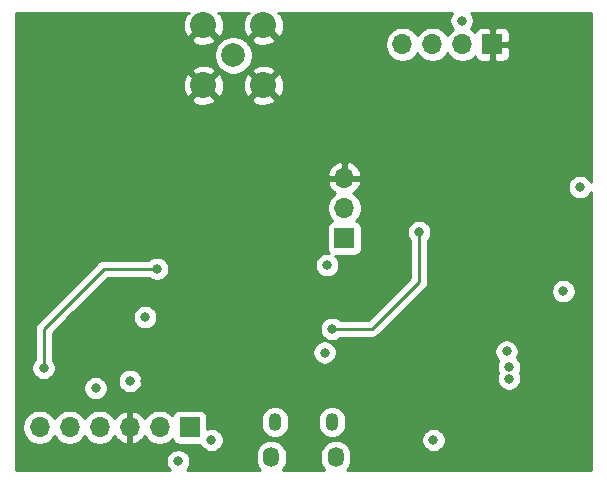
<source format=gbr>
%TF.GenerationSoftware,KiCad,Pcbnew,(5.1.10)-1*%
%TF.CreationDate,2022-03-06T21:17:49+00:00*%
%TF.ProjectId,main,6d61696e-2e6b-4696-9361-645f70636258,rev?*%
%TF.SameCoordinates,Original*%
%TF.FileFunction,Copper,L4,Bot*%
%TF.FilePolarity,Positive*%
%FSLAX46Y46*%
G04 Gerber Fmt 4.6, Leading zero omitted, Abs format (unit mm)*
G04 Created by KiCad (PCBNEW (5.1.10)-1) date 2022-03-06 21:17:49*
%MOMM*%
%LPD*%
G01*
G04 APERTURE LIST*
%TA.AperFunction,ComponentPad*%
%ADD10O,1.350000X1.700000*%
%TD*%
%TA.AperFunction,ComponentPad*%
%ADD11O,1.100000X1.500000*%
%TD*%
%TA.AperFunction,ComponentPad*%
%ADD12C,2.209800*%
%TD*%
%TA.AperFunction,ComponentPad*%
%ADD13C,2.006600*%
%TD*%
%TA.AperFunction,ComponentPad*%
%ADD14O,1.700000X1.700000*%
%TD*%
%TA.AperFunction,ComponentPad*%
%ADD15R,1.700000X1.700000*%
%TD*%
%TA.AperFunction,ViaPad*%
%ADD16C,0.800000*%
%TD*%
%TA.AperFunction,Conductor*%
%ADD17C,0.250000*%
%TD*%
%TA.AperFunction,Conductor*%
%ADD18C,0.254000*%
%TD*%
%TA.AperFunction,Conductor*%
%ADD19C,0.100000*%
%TD*%
G04 APERTURE END LIST*
D10*
%TO.P,USB_PWR1,6*%
%TO.N,Net-(USB_PWR1-Pad6)*%
X171735000Y-143275000D03*
X166275000Y-143275000D03*
D11*
X171425000Y-140275000D03*
X166585000Y-140275000D03*
%TD*%
D12*
%TO.P,J2,5*%
%TO.N,GND*%
X165610000Y-106690000D03*
%TO.P,J2,4*%
X165610000Y-111770000D03*
%TO.P,J2,3*%
X160530000Y-111770000D03*
%TO.P,J2,2*%
X160530000Y-106690000D03*
D13*
%TO.P,J2,1*%
%TO.N,Net-(C8-Pad1)*%
X163070000Y-109230000D03*
%TD*%
D14*
%TO.P,J6,4*%
%TO.N,I2C_SDA*%
X177380000Y-108300000D03*
%TO.P,J6,3*%
%TO.N,I2C_SCL*%
X179920000Y-108300000D03*
%TO.P,J6,2*%
%TO.N,+3V3*%
X182460000Y-108300000D03*
D15*
%TO.P,J6,1*%
%TO.N,GND*%
X185000000Y-108300000D03*
%TD*%
D14*
%TO.P,J4,3*%
%TO.N,GND*%
X172466000Y-119634000D03*
%TO.P,J4,2*%
%TO.N,UART1_TX*%
X172466000Y-122174000D03*
D15*
%TO.P,J4,1*%
%TO.N,UART1_RX*%
X172466000Y-124714000D03*
%TD*%
D14*
%TO.P,J1,6*%
%TO.N,N/C*%
X146655000Y-140725000D03*
%TO.P,J1,5*%
%TO.N,RST*%
X149195000Y-140725000D03*
%TO.P,J1,4*%
%TO.N,SWDIO*%
X151735000Y-140725000D03*
%TO.P,J1,3*%
%TO.N,GND*%
X154275000Y-140725000D03*
%TO.P,J1,2*%
%TO.N,SWCLK*%
X156815000Y-140725000D03*
D15*
%TO.P,J1,1*%
%TO.N,+3V3*%
X159355000Y-140725000D03*
%TD*%
D16*
%TO.N,GND*%
X193000000Y-129200000D03*
X188000000Y-141800000D03*
X186400000Y-138000000D03*
X186200000Y-139500000D03*
X181800000Y-134500000D03*
X180600000Y-137000000D03*
X149600000Y-132600000D03*
X149000000Y-126200000D03*
X155200000Y-123600000D03*
X151800000Y-118000000D03*
X163400000Y-123600000D03*
X161800000Y-123200000D03*
X157000000Y-131400000D03*
X163200000Y-143600000D03*
X170400000Y-138800000D03*
X169400000Y-138800000D03*
X188800000Y-123000000D03*
X189200000Y-121600000D03*
X155600000Y-136800000D03*
X174400000Y-119500000D03*
X184900000Y-106300000D03*
X167720000Y-111850000D03*
X168070000Y-106610000D03*
X158430000Y-106650000D03*
X158330000Y-111850000D03*
X164500000Y-120500000D03*
X161800000Y-119400000D03*
X161800000Y-118200000D03*
X161800000Y-117000000D03*
X161800000Y-115800000D03*
X161800000Y-114600000D03*
X161800000Y-113400000D03*
X165600000Y-120200000D03*
X166400000Y-119200000D03*
X165800000Y-118000000D03*
X164600000Y-117600000D03*
X164600000Y-116400000D03*
X164600000Y-115200000D03*
X165800000Y-115000000D03*
X166400000Y-114000000D03*
X191400000Y-137600000D03*
X190600000Y-141800000D03*
X189800000Y-135600000D03*
X189000000Y-132000000D03*
X192000000Y-134800000D03*
X179200000Y-133200000D03*
X186600000Y-120400000D03*
X191200000Y-114200000D03*
X183200000Y-115400000D03*
X191800000Y-107400000D03*
X189000000Y-110400000D03*
X173400000Y-113200000D03*
X170000000Y-115600000D03*
X177400000Y-113000000D03*
X150600000Y-113200000D03*
X155800000Y-115600000D03*
X147600000Y-110600000D03*
X151000000Y-107800000D03*
X159600000Y-129000000D03*
X161000000Y-129000000D03*
X162400000Y-129000000D03*
X163000000Y-127800000D03*
X162800000Y-126200000D03*
X162400000Y-125000000D03*
X161200000Y-125600000D03*
X161200000Y-127400000D03*
X157200000Y-129600000D03*
X159600000Y-130200000D03*
X161000000Y-130200000D03*
X162400000Y-130200000D03*
X157000000Y-124400000D03*
X158800000Y-124000000D03*
X158400000Y-128600000D03*
X158200000Y-130600000D03*
X155600000Y-129800000D03*
X168800000Y-121400000D03*
X167000000Y-122400000D03*
X169400000Y-119200000D03*
X177000000Y-125000000D03*
X174200000Y-127000000D03*
X188000000Y-133200000D03*
X177000000Y-142200000D03*
X179200000Y-139800000D03*
X164200000Y-139000000D03*
X163600000Y-141400000D03*
X162400000Y-138800000D03*
X151200000Y-143400000D03*
X146200000Y-143800000D03*
X145600000Y-137800000D03*
X148400000Y-137800000D03*
X151600000Y-134200000D03*
X151200000Y-125600000D03*
X145800000Y-127200000D03*
X146200000Y-119600000D03*
X154600000Y-118400000D03*
X178000000Y-135400000D03*
X174600000Y-108000000D03*
X158400000Y-138000000D03*
X182000000Y-127600000D03*
X184400000Y-127000000D03*
X176000000Y-127200000D03*
X187400000Y-127200000D03*
X176600000Y-119600000D03*
X182800000Y-120000000D03*
X186800000Y-113600000D03*
X154200000Y-143000000D03*
%TO.N,+3V3*%
X186200000Y-134300000D03*
X154300000Y-136800000D03*
X182400000Y-106300000D03*
X171000000Y-127000000D03*
X170800000Y-134400000D03*
X151400000Y-137400000D03*
X191000000Y-129200000D03*
X192400000Y-120400000D03*
X161200000Y-141800000D03*
X158400000Y-143600000D03*
X155600000Y-131400000D03*
X186400000Y-136600000D03*
X186400000Y-135600000D03*
X180000000Y-141800000D03*
%TO.N,I2C_SDA*%
X171400000Y-132400000D03*
X178800000Y-124200000D03*
%TO.N,RST*%
X156600000Y-127300000D03*
X147000000Y-135700000D03*
%TD*%
D17*
%TO.N,I2C_SDA*%
X178800000Y-126200000D02*
X178800000Y-124200000D01*
X171400000Y-132400000D02*
X174800000Y-132400000D01*
X178800000Y-128400000D02*
X178800000Y-126200000D01*
X174800000Y-132400000D02*
X178800000Y-128400000D01*
%TO.N,RST*%
X156600000Y-127300000D02*
X152100000Y-127300000D01*
X147000000Y-132400000D02*
X147000000Y-135700000D01*
X152100000Y-127300000D02*
X147000000Y-132400000D01*
%TD*%
D18*
%TO.N,GND*%
X159044668Y-105767824D02*
X158893302Y-106075317D01*
X158804832Y-106406432D01*
X158782659Y-106748444D01*
X158827635Y-107088211D01*
X158938033Y-107412674D01*
X159044668Y-107612176D01*
X159319796Y-107720599D01*
X160350395Y-106690000D01*
X160336253Y-106675858D01*
X160515858Y-106496253D01*
X160530000Y-106510395D01*
X160544143Y-106496253D01*
X160723748Y-106675858D01*
X160709605Y-106690000D01*
X161740204Y-107720599D01*
X162015332Y-107612176D01*
X162166698Y-107304683D01*
X162255168Y-106973568D01*
X162277341Y-106631556D01*
X162232365Y-106291789D01*
X162121967Y-105967326D01*
X162015332Y-105767824D01*
X161741724Y-105660000D01*
X164398276Y-105660000D01*
X164124668Y-105767824D01*
X163973302Y-106075317D01*
X163884832Y-106406432D01*
X163862659Y-106748444D01*
X163907635Y-107088211D01*
X164018033Y-107412674D01*
X164124668Y-107612176D01*
X164399796Y-107720599D01*
X165430395Y-106690000D01*
X165416253Y-106675858D01*
X165595858Y-106496253D01*
X165610000Y-106510395D01*
X165624143Y-106496253D01*
X165803748Y-106675858D01*
X165789605Y-106690000D01*
X166820204Y-107720599D01*
X167095332Y-107612176D01*
X167246698Y-107304683D01*
X167335168Y-106973568D01*
X167357341Y-106631556D01*
X167312365Y-106291789D01*
X167201967Y-105967326D01*
X167095332Y-105767824D01*
X166821724Y-105660000D01*
X181582850Y-105660000D01*
X181482795Y-105809744D01*
X181404774Y-105998102D01*
X181365000Y-106198061D01*
X181365000Y-106401939D01*
X181404774Y-106601898D01*
X181482795Y-106790256D01*
X181596063Y-106959774D01*
X181674889Y-107038600D01*
X181513368Y-107146525D01*
X181306525Y-107353368D01*
X181190000Y-107527760D01*
X181073475Y-107353368D01*
X180866632Y-107146525D01*
X180623411Y-106984010D01*
X180353158Y-106872068D01*
X180066260Y-106815000D01*
X179773740Y-106815000D01*
X179486842Y-106872068D01*
X179216589Y-106984010D01*
X178973368Y-107146525D01*
X178766525Y-107353368D01*
X178650000Y-107527760D01*
X178533475Y-107353368D01*
X178326632Y-107146525D01*
X178083411Y-106984010D01*
X177813158Y-106872068D01*
X177526260Y-106815000D01*
X177233740Y-106815000D01*
X176946842Y-106872068D01*
X176676589Y-106984010D01*
X176433368Y-107146525D01*
X176226525Y-107353368D01*
X176064010Y-107596589D01*
X175952068Y-107866842D01*
X175895000Y-108153740D01*
X175895000Y-108446260D01*
X175952068Y-108733158D01*
X176064010Y-109003411D01*
X176226525Y-109246632D01*
X176433368Y-109453475D01*
X176676589Y-109615990D01*
X176946842Y-109727932D01*
X177233740Y-109785000D01*
X177526260Y-109785000D01*
X177813158Y-109727932D01*
X178083411Y-109615990D01*
X178326632Y-109453475D01*
X178533475Y-109246632D01*
X178650000Y-109072240D01*
X178766525Y-109246632D01*
X178973368Y-109453475D01*
X179216589Y-109615990D01*
X179486842Y-109727932D01*
X179773740Y-109785000D01*
X180066260Y-109785000D01*
X180353158Y-109727932D01*
X180623411Y-109615990D01*
X180866632Y-109453475D01*
X181073475Y-109246632D01*
X181190000Y-109072240D01*
X181306525Y-109246632D01*
X181513368Y-109453475D01*
X181756589Y-109615990D01*
X182026842Y-109727932D01*
X182313740Y-109785000D01*
X182606260Y-109785000D01*
X182893158Y-109727932D01*
X183163411Y-109615990D01*
X183406632Y-109453475D01*
X183538487Y-109321620D01*
X183560498Y-109394180D01*
X183619463Y-109504494D01*
X183698815Y-109601185D01*
X183795506Y-109680537D01*
X183905820Y-109739502D01*
X184025518Y-109775812D01*
X184150000Y-109788072D01*
X184714250Y-109785000D01*
X184873000Y-109626250D01*
X184873000Y-108427000D01*
X185127000Y-108427000D01*
X185127000Y-109626250D01*
X185285750Y-109785000D01*
X185850000Y-109788072D01*
X185974482Y-109775812D01*
X186094180Y-109739502D01*
X186204494Y-109680537D01*
X186301185Y-109601185D01*
X186380537Y-109504494D01*
X186439502Y-109394180D01*
X186475812Y-109274482D01*
X186488072Y-109150000D01*
X186485000Y-108585750D01*
X186326250Y-108427000D01*
X185127000Y-108427000D01*
X184873000Y-108427000D01*
X184853000Y-108427000D01*
X184853000Y-108173000D01*
X184873000Y-108173000D01*
X184873000Y-106973750D01*
X185127000Y-106973750D01*
X185127000Y-108173000D01*
X186326250Y-108173000D01*
X186485000Y-108014250D01*
X186488072Y-107450000D01*
X186475812Y-107325518D01*
X186439502Y-107205820D01*
X186380537Y-107095506D01*
X186301185Y-106998815D01*
X186204494Y-106919463D01*
X186094180Y-106860498D01*
X185974482Y-106824188D01*
X185850000Y-106811928D01*
X185285750Y-106815000D01*
X185127000Y-106973750D01*
X184873000Y-106973750D01*
X184714250Y-106815000D01*
X184150000Y-106811928D01*
X184025518Y-106824188D01*
X183905820Y-106860498D01*
X183795506Y-106919463D01*
X183698815Y-106998815D01*
X183619463Y-107095506D01*
X183560498Y-107205820D01*
X183538487Y-107278380D01*
X183406632Y-107146525D01*
X183173176Y-106990535D01*
X183203937Y-106959774D01*
X183317205Y-106790256D01*
X183395226Y-106601898D01*
X183435000Y-106401939D01*
X183435000Y-106198061D01*
X183395226Y-105998102D01*
X183317205Y-105809744D01*
X183217150Y-105660000D01*
X193340000Y-105660000D01*
X193340000Y-119964777D01*
X193317205Y-119909744D01*
X193203937Y-119740226D01*
X193059774Y-119596063D01*
X192890256Y-119482795D01*
X192701898Y-119404774D01*
X192501939Y-119365000D01*
X192298061Y-119365000D01*
X192098102Y-119404774D01*
X191909744Y-119482795D01*
X191740226Y-119596063D01*
X191596063Y-119740226D01*
X191482795Y-119909744D01*
X191404774Y-120098102D01*
X191365000Y-120298061D01*
X191365000Y-120501939D01*
X191404774Y-120701898D01*
X191482795Y-120890256D01*
X191596063Y-121059774D01*
X191740226Y-121203937D01*
X191909744Y-121317205D01*
X192098102Y-121395226D01*
X192298061Y-121435000D01*
X192501939Y-121435000D01*
X192701898Y-121395226D01*
X192890256Y-121317205D01*
X193059774Y-121203937D01*
X193203937Y-121059774D01*
X193317205Y-120890256D01*
X193340000Y-120835223D01*
X193340001Y-144340000D01*
X172699269Y-144340000D01*
X172829495Y-144181318D01*
X172951138Y-143953740D01*
X173026045Y-143706804D01*
X173045000Y-143514350D01*
X173045000Y-143035649D01*
X173026045Y-142843195D01*
X172951138Y-142596259D01*
X172829495Y-142368682D01*
X172665792Y-142169208D01*
X172466317Y-142005505D01*
X172238740Y-141883862D01*
X171991804Y-141808955D01*
X171735000Y-141783662D01*
X171478195Y-141808955D01*
X171231259Y-141883862D01*
X171003682Y-142005505D01*
X170804208Y-142169208D01*
X170640505Y-142368683D01*
X170518862Y-142596260D01*
X170443955Y-142843196D01*
X170425000Y-143035650D01*
X170425000Y-143514351D01*
X170443955Y-143706805D01*
X170518862Y-143953741D01*
X170640505Y-144181318D01*
X170770732Y-144340000D01*
X167239269Y-144340000D01*
X167369495Y-144181318D01*
X167491138Y-143953740D01*
X167566045Y-143706804D01*
X167585000Y-143514350D01*
X167585000Y-143035649D01*
X167566045Y-142843195D01*
X167491138Y-142596259D01*
X167369495Y-142368682D01*
X167205792Y-142169208D01*
X167006317Y-142005505D01*
X166778740Y-141883862D01*
X166531804Y-141808955D01*
X166275000Y-141783662D01*
X166018195Y-141808955D01*
X165771259Y-141883862D01*
X165543682Y-142005505D01*
X165344208Y-142169208D01*
X165180505Y-142368683D01*
X165058862Y-142596260D01*
X164983955Y-142843196D01*
X164965000Y-143035650D01*
X164965000Y-143514351D01*
X164983955Y-143706805D01*
X165058862Y-143953741D01*
X165180505Y-144181318D01*
X165310732Y-144340000D01*
X159123711Y-144340000D01*
X159203937Y-144259774D01*
X159317205Y-144090256D01*
X159395226Y-143901898D01*
X159435000Y-143701939D01*
X159435000Y-143498061D01*
X159395226Y-143298102D01*
X159317205Y-143109744D01*
X159203937Y-142940226D01*
X159059774Y-142796063D01*
X158890256Y-142682795D01*
X158701898Y-142604774D01*
X158501939Y-142565000D01*
X158298061Y-142565000D01*
X158098102Y-142604774D01*
X157909744Y-142682795D01*
X157740226Y-142796063D01*
X157596063Y-142940226D01*
X157482795Y-143109744D01*
X157404774Y-143298102D01*
X157365000Y-143498061D01*
X157365000Y-143701939D01*
X157404774Y-143901898D01*
X157482795Y-144090256D01*
X157596063Y-144259774D01*
X157676289Y-144340000D01*
X144660000Y-144340000D01*
X144660000Y-140578740D01*
X145170000Y-140578740D01*
X145170000Y-140871260D01*
X145227068Y-141158158D01*
X145339010Y-141428411D01*
X145501525Y-141671632D01*
X145708368Y-141878475D01*
X145951589Y-142040990D01*
X146221842Y-142152932D01*
X146508740Y-142210000D01*
X146801260Y-142210000D01*
X147088158Y-142152932D01*
X147358411Y-142040990D01*
X147601632Y-141878475D01*
X147808475Y-141671632D01*
X147925000Y-141497240D01*
X148041525Y-141671632D01*
X148248368Y-141878475D01*
X148491589Y-142040990D01*
X148761842Y-142152932D01*
X149048740Y-142210000D01*
X149341260Y-142210000D01*
X149628158Y-142152932D01*
X149898411Y-142040990D01*
X150141632Y-141878475D01*
X150348475Y-141671632D01*
X150465000Y-141497240D01*
X150581525Y-141671632D01*
X150788368Y-141878475D01*
X151031589Y-142040990D01*
X151301842Y-142152932D01*
X151588740Y-142210000D01*
X151881260Y-142210000D01*
X152168158Y-142152932D01*
X152438411Y-142040990D01*
X152681632Y-141878475D01*
X152888475Y-141671632D01*
X153010195Y-141489466D01*
X153079822Y-141606355D01*
X153274731Y-141822588D01*
X153508080Y-141996641D01*
X153770901Y-142121825D01*
X153918110Y-142166476D01*
X154148000Y-142045155D01*
X154148000Y-140852000D01*
X154128000Y-140852000D01*
X154128000Y-140598000D01*
X154148000Y-140598000D01*
X154148000Y-139404845D01*
X154402000Y-139404845D01*
X154402000Y-140598000D01*
X154422000Y-140598000D01*
X154422000Y-140852000D01*
X154402000Y-140852000D01*
X154402000Y-142045155D01*
X154631890Y-142166476D01*
X154779099Y-142121825D01*
X155041920Y-141996641D01*
X155275269Y-141822588D01*
X155470178Y-141606355D01*
X155539805Y-141489466D01*
X155661525Y-141671632D01*
X155868368Y-141878475D01*
X156111589Y-142040990D01*
X156381842Y-142152932D01*
X156668740Y-142210000D01*
X156961260Y-142210000D01*
X157248158Y-142152932D01*
X157518411Y-142040990D01*
X157761632Y-141878475D01*
X157893487Y-141746620D01*
X157915498Y-141819180D01*
X157974463Y-141929494D01*
X158053815Y-142026185D01*
X158150506Y-142105537D01*
X158260820Y-142164502D01*
X158380518Y-142200812D01*
X158505000Y-142213072D01*
X160205000Y-142213072D01*
X160249028Y-142208736D01*
X160282795Y-142290256D01*
X160396063Y-142459774D01*
X160540226Y-142603937D01*
X160709744Y-142717205D01*
X160898102Y-142795226D01*
X161098061Y-142835000D01*
X161301939Y-142835000D01*
X161501898Y-142795226D01*
X161690256Y-142717205D01*
X161859774Y-142603937D01*
X162003937Y-142459774D01*
X162117205Y-142290256D01*
X162195226Y-142101898D01*
X162235000Y-141901939D01*
X162235000Y-141698061D01*
X178965000Y-141698061D01*
X178965000Y-141901939D01*
X179004774Y-142101898D01*
X179082795Y-142290256D01*
X179196063Y-142459774D01*
X179340226Y-142603937D01*
X179509744Y-142717205D01*
X179698102Y-142795226D01*
X179898061Y-142835000D01*
X180101939Y-142835000D01*
X180301898Y-142795226D01*
X180490256Y-142717205D01*
X180659774Y-142603937D01*
X180803937Y-142459774D01*
X180917205Y-142290256D01*
X180995226Y-142101898D01*
X181035000Y-141901939D01*
X181035000Y-141698061D01*
X180995226Y-141498102D01*
X180917205Y-141309744D01*
X180803937Y-141140226D01*
X180659774Y-140996063D01*
X180490256Y-140882795D01*
X180301898Y-140804774D01*
X180101939Y-140765000D01*
X179898061Y-140765000D01*
X179698102Y-140804774D01*
X179509744Y-140882795D01*
X179340226Y-140996063D01*
X179196063Y-141140226D01*
X179082795Y-141309744D01*
X179004774Y-141498102D01*
X178965000Y-141698061D01*
X162235000Y-141698061D01*
X162195226Y-141498102D01*
X162117205Y-141309744D01*
X162003937Y-141140226D01*
X161859774Y-140996063D01*
X161690256Y-140882795D01*
X161501898Y-140804774D01*
X161301939Y-140765000D01*
X161098061Y-140765000D01*
X160898102Y-140804774D01*
X160843072Y-140827568D01*
X160843072Y-140016794D01*
X165400000Y-140016794D01*
X165400000Y-140533207D01*
X165417147Y-140707300D01*
X165484906Y-140930674D01*
X165594943Y-141136536D01*
X165743026Y-141316975D01*
X165923465Y-141465058D01*
X166129327Y-141575094D01*
X166352701Y-141642853D01*
X166585000Y-141665733D01*
X166817300Y-141642853D01*
X167040674Y-141575094D01*
X167246536Y-141465058D01*
X167426975Y-141316975D01*
X167575058Y-141136536D01*
X167685094Y-140930673D01*
X167752853Y-140707299D01*
X167770000Y-140533206D01*
X167770000Y-140016794D01*
X170240000Y-140016794D01*
X170240000Y-140533207D01*
X170257147Y-140707300D01*
X170324906Y-140930674D01*
X170434943Y-141136536D01*
X170583026Y-141316975D01*
X170763465Y-141465058D01*
X170969327Y-141575094D01*
X171192701Y-141642853D01*
X171425000Y-141665733D01*
X171657300Y-141642853D01*
X171880674Y-141575094D01*
X172086536Y-141465058D01*
X172266975Y-141316975D01*
X172415058Y-141136536D01*
X172525094Y-140930673D01*
X172592853Y-140707299D01*
X172610000Y-140533206D01*
X172610000Y-140016793D01*
X172592853Y-139842700D01*
X172525094Y-139619326D01*
X172415058Y-139413464D01*
X172266975Y-139233025D01*
X172086535Y-139084942D01*
X171880673Y-138974906D01*
X171657299Y-138907147D01*
X171425000Y-138884267D01*
X171192700Y-138907147D01*
X170969326Y-138974906D01*
X170763464Y-139084942D01*
X170583025Y-139233025D01*
X170434942Y-139413465D01*
X170324906Y-139619327D01*
X170257147Y-139842701D01*
X170240000Y-140016794D01*
X167770000Y-140016794D01*
X167770000Y-140016793D01*
X167752853Y-139842700D01*
X167685094Y-139619326D01*
X167575058Y-139413464D01*
X167426975Y-139233025D01*
X167246535Y-139084942D01*
X167040673Y-138974906D01*
X166817299Y-138907147D01*
X166585000Y-138884267D01*
X166352700Y-138907147D01*
X166129326Y-138974906D01*
X165923464Y-139084942D01*
X165743025Y-139233025D01*
X165594942Y-139413465D01*
X165484906Y-139619327D01*
X165417147Y-139842701D01*
X165400000Y-140016794D01*
X160843072Y-140016794D01*
X160843072Y-139875000D01*
X160830812Y-139750518D01*
X160794502Y-139630820D01*
X160735537Y-139520506D01*
X160656185Y-139423815D01*
X160559494Y-139344463D01*
X160449180Y-139285498D01*
X160329482Y-139249188D01*
X160205000Y-139236928D01*
X158505000Y-139236928D01*
X158380518Y-139249188D01*
X158260820Y-139285498D01*
X158150506Y-139344463D01*
X158053815Y-139423815D01*
X157974463Y-139520506D01*
X157915498Y-139630820D01*
X157893487Y-139703380D01*
X157761632Y-139571525D01*
X157518411Y-139409010D01*
X157248158Y-139297068D01*
X156961260Y-139240000D01*
X156668740Y-139240000D01*
X156381842Y-139297068D01*
X156111589Y-139409010D01*
X155868368Y-139571525D01*
X155661525Y-139778368D01*
X155539805Y-139960534D01*
X155470178Y-139843645D01*
X155275269Y-139627412D01*
X155041920Y-139453359D01*
X154779099Y-139328175D01*
X154631890Y-139283524D01*
X154402000Y-139404845D01*
X154148000Y-139404845D01*
X153918110Y-139283524D01*
X153770901Y-139328175D01*
X153508080Y-139453359D01*
X153274731Y-139627412D01*
X153079822Y-139843645D01*
X153010195Y-139960534D01*
X152888475Y-139778368D01*
X152681632Y-139571525D01*
X152438411Y-139409010D01*
X152168158Y-139297068D01*
X151881260Y-139240000D01*
X151588740Y-139240000D01*
X151301842Y-139297068D01*
X151031589Y-139409010D01*
X150788368Y-139571525D01*
X150581525Y-139778368D01*
X150465000Y-139952760D01*
X150348475Y-139778368D01*
X150141632Y-139571525D01*
X149898411Y-139409010D01*
X149628158Y-139297068D01*
X149341260Y-139240000D01*
X149048740Y-139240000D01*
X148761842Y-139297068D01*
X148491589Y-139409010D01*
X148248368Y-139571525D01*
X148041525Y-139778368D01*
X147925000Y-139952760D01*
X147808475Y-139778368D01*
X147601632Y-139571525D01*
X147358411Y-139409010D01*
X147088158Y-139297068D01*
X146801260Y-139240000D01*
X146508740Y-139240000D01*
X146221842Y-139297068D01*
X145951589Y-139409010D01*
X145708368Y-139571525D01*
X145501525Y-139778368D01*
X145339010Y-140021589D01*
X145227068Y-140291842D01*
X145170000Y-140578740D01*
X144660000Y-140578740D01*
X144660000Y-137298061D01*
X150365000Y-137298061D01*
X150365000Y-137501939D01*
X150404774Y-137701898D01*
X150482795Y-137890256D01*
X150596063Y-138059774D01*
X150740226Y-138203937D01*
X150909744Y-138317205D01*
X151098102Y-138395226D01*
X151298061Y-138435000D01*
X151501939Y-138435000D01*
X151701898Y-138395226D01*
X151890256Y-138317205D01*
X152059774Y-138203937D01*
X152203937Y-138059774D01*
X152317205Y-137890256D01*
X152395226Y-137701898D01*
X152435000Y-137501939D01*
X152435000Y-137298061D01*
X152395226Y-137098102D01*
X152317205Y-136909744D01*
X152203937Y-136740226D01*
X152161772Y-136698061D01*
X153265000Y-136698061D01*
X153265000Y-136901939D01*
X153304774Y-137101898D01*
X153382795Y-137290256D01*
X153496063Y-137459774D01*
X153640226Y-137603937D01*
X153809744Y-137717205D01*
X153998102Y-137795226D01*
X154198061Y-137835000D01*
X154401939Y-137835000D01*
X154601898Y-137795226D01*
X154790256Y-137717205D01*
X154959774Y-137603937D01*
X155103937Y-137459774D01*
X155217205Y-137290256D01*
X155295226Y-137101898D01*
X155335000Y-136901939D01*
X155335000Y-136698061D01*
X155295226Y-136498102D01*
X155217205Y-136309744D01*
X155103937Y-136140226D01*
X154959774Y-135996063D01*
X154790256Y-135882795D01*
X154601898Y-135804774D01*
X154401939Y-135765000D01*
X154198061Y-135765000D01*
X153998102Y-135804774D01*
X153809744Y-135882795D01*
X153640226Y-135996063D01*
X153496063Y-136140226D01*
X153382795Y-136309744D01*
X153304774Y-136498102D01*
X153265000Y-136698061D01*
X152161772Y-136698061D01*
X152059774Y-136596063D01*
X151890256Y-136482795D01*
X151701898Y-136404774D01*
X151501939Y-136365000D01*
X151298061Y-136365000D01*
X151098102Y-136404774D01*
X150909744Y-136482795D01*
X150740226Y-136596063D01*
X150596063Y-136740226D01*
X150482795Y-136909744D01*
X150404774Y-137098102D01*
X150365000Y-137298061D01*
X144660000Y-137298061D01*
X144660000Y-135598061D01*
X145965000Y-135598061D01*
X145965000Y-135801939D01*
X146004774Y-136001898D01*
X146082795Y-136190256D01*
X146196063Y-136359774D01*
X146340226Y-136503937D01*
X146509744Y-136617205D01*
X146698102Y-136695226D01*
X146898061Y-136735000D01*
X147101939Y-136735000D01*
X147301898Y-136695226D01*
X147490256Y-136617205D01*
X147659774Y-136503937D01*
X147803937Y-136359774D01*
X147917205Y-136190256D01*
X147995226Y-136001898D01*
X148035000Y-135801939D01*
X148035000Y-135598061D01*
X147995226Y-135398102D01*
X147917205Y-135209744D01*
X147803937Y-135040226D01*
X147760000Y-134996289D01*
X147760000Y-134298061D01*
X169765000Y-134298061D01*
X169765000Y-134501939D01*
X169804774Y-134701898D01*
X169882795Y-134890256D01*
X169996063Y-135059774D01*
X170140226Y-135203937D01*
X170309744Y-135317205D01*
X170498102Y-135395226D01*
X170698061Y-135435000D01*
X170901939Y-135435000D01*
X171101898Y-135395226D01*
X171290256Y-135317205D01*
X171459774Y-135203937D01*
X171603937Y-135059774D01*
X171717205Y-134890256D01*
X171795226Y-134701898D01*
X171835000Y-134501939D01*
X171835000Y-134298061D01*
X171815109Y-134198061D01*
X185165000Y-134198061D01*
X185165000Y-134401939D01*
X185204774Y-134601898D01*
X185282795Y-134790256D01*
X185396063Y-134959774D01*
X185508125Y-135071836D01*
X185482795Y-135109744D01*
X185404774Y-135298102D01*
X185365000Y-135498061D01*
X185365000Y-135701939D01*
X185404774Y-135901898D01*
X185482795Y-136090256D01*
X185489306Y-136100000D01*
X185482795Y-136109744D01*
X185404774Y-136298102D01*
X185365000Y-136498061D01*
X185365000Y-136701939D01*
X185404774Y-136901898D01*
X185482795Y-137090256D01*
X185596063Y-137259774D01*
X185740226Y-137403937D01*
X185909744Y-137517205D01*
X186098102Y-137595226D01*
X186298061Y-137635000D01*
X186501939Y-137635000D01*
X186701898Y-137595226D01*
X186890256Y-137517205D01*
X187059774Y-137403937D01*
X187203937Y-137259774D01*
X187317205Y-137090256D01*
X187395226Y-136901898D01*
X187435000Y-136701939D01*
X187435000Y-136498061D01*
X187395226Y-136298102D01*
X187317205Y-136109744D01*
X187310694Y-136100000D01*
X187317205Y-136090256D01*
X187395226Y-135901898D01*
X187435000Y-135701939D01*
X187435000Y-135498061D01*
X187395226Y-135298102D01*
X187317205Y-135109744D01*
X187203937Y-134940226D01*
X187091875Y-134828164D01*
X187117205Y-134790256D01*
X187195226Y-134601898D01*
X187235000Y-134401939D01*
X187235000Y-134198061D01*
X187195226Y-133998102D01*
X187117205Y-133809744D01*
X187003937Y-133640226D01*
X186859774Y-133496063D01*
X186690256Y-133382795D01*
X186501898Y-133304774D01*
X186301939Y-133265000D01*
X186098061Y-133265000D01*
X185898102Y-133304774D01*
X185709744Y-133382795D01*
X185540226Y-133496063D01*
X185396063Y-133640226D01*
X185282795Y-133809744D01*
X185204774Y-133998102D01*
X185165000Y-134198061D01*
X171815109Y-134198061D01*
X171795226Y-134098102D01*
X171717205Y-133909744D01*
X171603937Y-133740226D01*
X171459774Y-133596063D01*
X171290256Y-133482795D01*
X171101898Y-133404774D01*
X170901939Y-133365000D01*
X170698061Y-133365000D01*
X170498102Y-133404774D01*
X170309744Y-133482795D01*
X170140226Y-133596063D01*
X169996063Y-133740226D01*
X169882795Y-133909744D01*
X169804774Y-134098102D01*
X169765000Y-134298061D01*
X147760000Y-134298061D01*
X147760000Y-132714801D01*
X149176740Y-131298061D01*
X154565000Y-131298061D01*
X154565000Y-131501939D01*
X154604774Y-131701898D01*
X154682795Y-131890256D01*
X154796063Y-132059774D01*
X154940226Y-132203937D01*
X155109744Y-132317205D01*
X155298102Y-132395226D01*
X155498061Y-132435000D01*
X155701939Y-132435000D01*
X155901898Y-132395226D01*
X156090256Y-132317205D01*
X156118907Y-132298061D01*
X170365000Y-132298061D01*
X170365000Y-132501939D01*
X170404774Y-132701898D01*
X170482795Y-132890256D01*
X170596063Y-133059774D01*
X170740226Y-133203937D01*
X170909744Y-133317205D01*
X171098102Y-133395226D01*
X171298061Y-133435000D01*
X171501939Y-133435000D01*
X171701898Y-133395226D01*
X171890256Y-133317205D01*
X172059774Y-133203937D01*
X172103711Y-133160000D01*
X174762678Y-133160000D01*
X174800000Y-133163676D01*
X174837322Y-133160000D01*
X174837333Y-133160000D01*
X174948986Y-133149003D01*
X175092247Y-133105546D01*
X175224276Y-133034974D01*
X175340001Y-132940001D01*
X175363804Y-132910997D01*
X179176740Y-129098061D01*
X189965000Y-129098061D01*
X189965000Y-129301939D01*
X190004774Y-129501898D01*
X190082795Y-129690256D01*
X190196063Y-129859774D01*
X190340226Y-130003937D01*
X190509744Y-130117205D01*
X190698102Y-130195226D01*
X190898061Y-130235000D01*
X191101939Y-130235000D01*
X191301898Y-130195226D01*
X191490256Y-130117205D01*
X191659774Y-130003937D01*
X191803937Y-129859774D01*
X191917205Y-129690256D01*
X191995226Y-129501898D01*
X192035000Y-129301939D01*
X192035000Y-129098061D01*
X191995226Y-128898102D01*
X191917205Y-128709744D01*
X191803937Y-128540226D01*
X191659774Y-128396063D01*
X191490256Y-128282795D01*
X191301898Y-128204774D01*
X191101939Y-128165000D01*
X190898061Y-128165000D01*
X190698102Y-128204774D01*
X190509744Y-128282795D01*
X190340226Y-128396063D01*
X190196063Y-128540226D01*
X190082795Y-128709744D01*
X190004774Y-128898102D01*
X189965000Y-129098061D01*
X179176740Y-129098061D01*
X179311004Y-128963798D01*
X179340001Y-128940001D01*
X179434974Y-128824276D01*
X179505546Y-128692247D01*
X179549003Y-128548986D01*
X179560000Y-128437333D01*
X179560000Y-128437324D01*
X179563676Y-128400001D01*
X179560000Y-128362678D01*
X179560000Y-124903711D01*
X179603937Y-124859774D01*
X179717205Y-124690256D01*
X179795226Y-124501898D01*
X179835000Y-124301939D01*
X179835000Y-124098061D01*
X179795226Y-123898102D01*
X179717205Y-123709744D01*
X179603937Y-123540226D01*
X179459774Y-123396063D01*
X179290256Y-123282795D01*
X179101898Y-123204774D01*
X178901939Y-123165000D01*
X178698061Y-123165000D01*
X178498102Y-123204774D01*
X178309744Y-123282795D01*
X178140226Y-123396063D01*
X177996063Y-123540226D01*
X177882795Y-123709744D01*
X177804774Y-123898102D01*
X177765000Y-124098061D01*
X177765000Y-124301939D01*
X177804774Y-124501898D01*
X177882795Y-124690256D01*
X177996063Y-124859774D01*
X178040001Y-124903712D01*
X178040000Y-126237332D01*
X178040001Y-126237342D01*
X178040000Y-128085198D01*
X174485199Y-131640000D01*
X172103711Y-131640000D01*
X172059774Y-131596063D01*
X171890256Y-131482795D01*
X171701898Y-131404774D01*
X171501939Y-131365000D01*
X171298061Y-131365000D01*
X171098102Y-131404774D01*
X170909744Y-131482795D01*
X170740226Y-131596063D01*
X170596063Y-131740226D01*
X170482795Y-131909744D01*
X170404774Y-132098102D01*
X170365000Y-132298061D01*
X156118907Y-132298061D01*
X156259774Y-132203937D01*
X156403937Y-132059774D01*
X156517205Y-131890256D01*
X156595226Y-131701898D01*
X156635000Y-131501939D01*
X156635000Y-131298061D01*
X156595226Y-131098102D01*
X156517205Y-130909744D01*
X156403937Y-130740226D01*
X156259774Y-130596063D01*
X156090256Y-130482795D01*
X155901898Y-130404774D01*
X155701939Y-130365000D01*
X155498061Y-130365000D01*
X155298102Y-130404774D01*
X155109744Y-130482795D01*
X154940226Y-130596063D01*
X154796063Y-130740226D01*
X154682795Y-130909744D01*
X154604774Y-131098102D01*
X154565000Y-131298061D01*
X149176740Y-131298061D01*
X152414802Y-128060000D01*
X155896289Y-128060000D01*
X155940226Y-128103937D01*
X156109744Y-128217205D01*
X156298102Y-128295226D01*
X156498061Y-128335000D01*
X156701939Y-128335000D01*
X156901898Y-128295226D01*
X157090256Y-128217205D01*
X157259774Y-128103937D01*
X157403937Y-127959774D01*
X157517205Y-127790256D01*
X157595226Y-127601898D01*
X157635000Y-127401939D01*
X157635000Y-127198061D01*
X157595226Y-126998102D01*
X157553788Y-126898061D01*
X169965000Y-126898061D01*
X169965000Y-127101939D01*
X170004774Y-127301898D01*
X170082795Y-127490256D01*
X170196063Y-127659774D01*
X170340226Y-127803937D01*
X170509744Y-127917205D01*
X170698102Y-127995226D01*
X170898061Y-128035000D01*
X171101939Y-128035000D01*
X171301898Y-127995226D01*
X171490256Y-127917205D01*
X171659774Y-127803937D01*
X171803937Y-127659774D01*
X171917205Y-127490256D01*
X171995226Y-127301898D01*
X172035000Y-127101939D01*
X172035000Y-126898061D01*
X171995226Y-126698102D01*
X171917205Y-126509744D01*
X171803937Y-126340226D01*
X171665783Y-126202072D01*
X173316000Y-126202072D01*
X173440482Y-126189812D01*
X173560180Y-126153502D01*
X173670494Y-126094537D01*
X173767185Y-126015185D01*
X173846537Y-125918494D01*
X173905502Y-125808180D01*
X173941812Y-125688482D01*
X173954072Y-125564000D01*
X173954072Y-123864000D01*
X173941812Y-123739518D01*
X173905502Y-123619820D01*
X173846537Y-123509506D01*
X173767185Y-123412815D01*
X173670494Y-123333463D01*
X173560180Y-123274498D01*
X173487620Y-123252487D01*
X173619475Y-123120632D01*
X173781990Y-122877411D01*
X173893932Y-122607158D01*
X173951000Y-122320260D01*
X173951000Y-122027740D01*
X173893932Y-121740842D01*
X173781990Y-121470589D01*
X173619475Y-121227368D01*
X173412632Y-121020525D01*
X173230466Y-120898805D01*
X173347355Y-120829178D01*
X173563588Y-120634269D01*
X173737641Y-120400920D01*
X173862825Y-120138099D01*
X173907476Y-119990890D01*
X173786155Y-119761000D01*
X172593000Y-119761000D01*
X172593000Y-119781000D01*
X172339000Y-119781000D01*
X172339000Y-119761000D01*
X171145845Y-119761000D01*
X171024524Y-119990890D01*
X171069175Y-120138099D01*
X171194359Y-120400920D01*
X171368412Y-120634269D01*
X171584645Y-120829178D01*
X171701534Y-120898805D01*
X171519368Y-121020525D01*
X171312525Y-121227368D01*
X171150010Y-121470589D01*
X171038068Y-121740842D01*
X170981000Y-122027740D01*
X170981000Y-122320260D01*
X171038068Y-122607158D01*
X171150010Y-122877411D01*
X171312525Y-123120632D01*
X171444380Y-123252487D01*
X171371820Y-123274498D01*
X171261506Y-123333463D01*
X171164815Y-123412815D01*
X171085463Y-123509506D01*
X171026498Y-123619820D01*
X170990188Y-123739518D01*
X170977928Y-123864000D01*
X170977928Y-125564000D01*
X170990188Y-125688482D01*
X171026498Y-125808180D01*
X171085463Y-125918494D01*
X171127861Y-125970156D01*
X171101939Y-125965000D01*
X170898061Y-125965000D01*
X170698102Y-126004774D01*
X170509744Y-126082795D01*
X170340226Y-126196063D01*
X170196063Y-126340226D01*
X170082795Y-126509744D01*
X170004774Y-126698102D01*
X169965000Y-126898061D01*
X157553788Y-126898061D01*
X157517205Y-126809744D01*
X157403937Y-126640226D01*
X157259774Y-126496063D01*
X157090256Y-126382795D01*
X156901898Y-126304774D01*
X156701939Y-126265000D01*
X156498061Y-126265000D01*
X156298102Y-126304774D01*
X156109744Y-126382795D01*
X155940226Y-126496063D01*
X155896289Y-126540000D01*
X152137322Y-126540000D01*
X152099999Y-126536324D01*
X152062676Y-126540000D01*
X152062667Y-126540000D01*
X151951014Y-126550997D01*
X151807753Y-126594454D01*
X151675724Y-126665026D01*
X151559999Y-126759999D01*
X151536201Y-126788997D01*
X146489003Y-131836196D01*
X146459999Y-131859999D01*
X146419175Y-131909744D01*
X146365026Y-131975724D01*
X146320100Y-132059774D01*
X146294454Y-132107754D01*
X146250997Y-132251015D01*
X146240000Y-132362668D01*
X146240000Y-132362678D01*
X146236324Y-132400000D01*
X146240000Y-132437323D01*
X146240001Y-134996288D01*
X146196063Y-135040226D01*
X146082795Y-135209744D01*
X146004774Y-135398102D01*
X145965000Y-135598061D01*
X144660000Y-135598061D01*
X144660000Y-119277110D01*
X171024524Y-119277110D01*
X171145845Y-119507000D01*
X172339000Y-119507000D01*
X172339000Y-118313186D01*
X172593000Y-118313186D01*
X172593000Y-119507000D01*
X173786155Y-119507000D01*
X173907476Y-119277110D01*
X173862825Y-119129901D01*
X173737641Y-118867080D01*
X173563588Y-118633731D01*
X173347355Y-118438822D01*
X173097252Y-118289843D01*
X172822891Y-118192519D01*
X172593000Y-118313186D01*
X172339000Y-118313186D01*
X172109109Y-118192519D01*
X171834748Y-118289843D01*
X171584645Y-118438822D01*
X171368412Y-118633731D01*
X171194359Y-118867080D01*
X171069175Y-119129901D01*
X171024524Y-119277110D01*
X144660000Y-119277110D01*
X144660000Y-112980204D01*
X159499401Y-112980204D01*
X159607824Y-113255332D01*
X159915317Y-113406698D01*
X160246432Y-113495168D01*
X160588444Y-113517341D01*
X160928211Y-113472365D01*
X161252674Y-113361967D01*
X161452176Y-113255332D01*
X161560599Y-112980204D01*
X164579401Y-112980204D01*
X164687824Y-113255332D01*
X164995317Y-113406698D01*
X165326432Y-113495168D01*
X165668444Y-113517341D01*
X166008211Y-113472365D01*
X166332674Y-113361967D01*
X166532176Y-113255332D01*
X166640599Y-112980204D01*
X165610000Y-111949605D01*
X164579401Y-112980204D01*
X161560599Y-112980204D01*
X160530000Y-111949605D01*
X159499401Y-112980204D01*
X144660000Y-112980204D01*
X144660000Y-111828444D01*
X158782659Y-111828444D01*
X158827635Y-112168211D01*
X158938033Y-112492674D01*
X159044668Y-112692176D01*
X159319796Y-112800599D01*
X160350395Y-111770000D01*
X160709605Y-111770000D01*
X161740204Y-112800599D01*
X162015332Y-112692176D01*
X162166698Y-112384683D01*
X162255168Y-112053568D01*
X162269763Y-111828444D01*
X163862659Y-111828444D01*
X163907635Y-112168211D01*
X164018033Y-112492674D01*
X164124668Y-112692176D01*
X164399796Y-112800599D01*
X165430395Y-111770000D01*
X165789605Y-111770000D01*
X166820204Y-112800599D01*
X167095332Y-112692176D01*
X167246698Y-112384683D01*
X167335168Y-112053568D01*
X167357341Y-111711556D01*
X167312365Y-111371789D01*
X167201967Y-111047326D01*
X167095332Y-110847824D01*
X166820204Y-110739401D01*
X165789605Y-111770000D01*
X165430395Y-111770000D01*
X164399796Y-110739401D01*
X164124668Y-110847824D01*
X163973302Y-111155317D01*
X163884832Y-111486432D01*
X163862659Y-111828444D01*
X162269763Y-111828444D01*
X162277341Y-111711556D01*
X162232365Y-111371789D01*
X162121967Y-111047326D01*
X162015332Y-110847824D01*
X161740204Y-110739401D01*
X160709605Y-111770000D01*
X160350395Y-111770000D01*
X159319796Y-110739401D01*
X159044668Y-110847824D01*
X158893302Y-111155317D01*
X158804832Y-111486432D01*
X158782659Y-111828444D01*
X144660000Y-111828444D01*
X144660000Y-110559796D01*
X159499401Y-110559796D01*
X160530000Y-111590395D01*
X161560599Y-110559796D01*
X161452176Y-110284668D01*
X161144683Y-110133302D01*
X160813568Y-110044832D01*
X160471556Y-110022659D01*
X160131789Y-110067635D01*
X159807326Y-110178033D01*
X159607824Y-110284668D01*
X159499401Y-110559796D01*
X144660000Y-110559796D01*
X144660000Y-109068642D01*
X161431700Y-109068642D01*
X161431700Y-109391358D01*
X161494659Y-109707874D01*
X161618157Y-110006026D01*
X161797449Y-110274355D01*
X162025645Y-110502551D01*
X162293974Y-110681843D01*
X162592126Y-110805341D01*
X162908642Y-110868300D01*
X163231358Y-110868300D01*
X163547874Y-110805341D01*
X163846026Y-110681843D01*
X164028681Y-110559796D01*
X164579401Y-110559796D01*
X165610000Y-111590395D01*
X166640599Y-110559796D01*
X166532176Y-110284668D01*
X166224683Y-110133302D01*
X165893568Y-110044832D01*
X165551556Y-110022659D01*
X165211789Y-110067635D01*
X164887326Y-110178033D01*
X164687824Y-110284668D01*
X164579401Y-110559796D01*
X164028681Y-110559796D01*
X164114355Y-110502551D01*
X164342551Y-110274355D01*
X164521843Y-110006026D01*
X164645341Y-109707874D01*
X164708300Y-109391358D01*
X164708300Y-109068642D01*
X164645341Y-108752126D01*
X164521843Y-108453974D01*
X164342551Y-108185645D01*
X164114355Y-107957449D01*
X164028682Y-107900204D01*
X164579401Y-107900204D01*
X164687824Y-108175332D01*
X164995317Y-108326698D01*
X165326432Y-108415168D01*
X165668444Y-108437341D01*
X166008211Y-108392365D01*
X166332674Y-108281967D01*
X166532176Y-108175332D01*
X166640599Y-107900204D01*
X165610000Y-106869605D01*
X164579401Y-107900204D01*
X164028682Y-107900204D01*
X163846026Y-107778157D01*
X163547874Y-107654659D01*
X163231358Y-107591700D01*
X162908642Y-107591700D01*
X162592126Y-107654659D01*
X162293974Y-107778157D01*
X162025645Y-107957449D01*
X161797449Y-108185645D01*
X161618157Y-108453974D01*
X161494659Y-108752126D01*
X161431700Y-109068642D01*
X144660000Y-109068642D01*
X144660000Y-107900204D01*
X159499401Y-107900204D01*
X159607824Y-108175332D01*
X159915317Y-108326698D01*
X160246432Y-108415168D01*
X160588444Y-108437341D01*
X160928211Y-108392365D01*
X161252674Y-108281967D01*
X161452176Y-108175332D01*
X161560599Y-107900204D01*
X160530000Y-106869605D01*
X159499401Y-107900204D01*
X144660000Y-107900204D01*
X144660000Y-105660000D01*
X159318276Y-105660000D01*
X159044668Y-105767824D01*
%TA.AperFunction,Conductor*%
D19*
G36*
X159044668Y-105767824D02*
G01*
X158893302Y-106075317D01*
X158804832Y-106406432D01*
X158782659Y-106748444D01*
X158827635Y-107088211D01*
X158938033Y-107412674D01*
X159044668Y-107612176D01*
X159319796Y-107720599D01*
X160350395Y-106690000D01*
X160336253Y-106675858D01*
X160515858Y-106496253D01*
X160530000Y-106510395D01*
X160544143Y-106496253D01*
X160723748Y-106675858D01*
X160709605Y-106690000D01*
X161740204Y-107720599D01*
X162015332Y-107612176D01*
X162166698Y-107304683D01*
X162255168Y-106973568D01*
X162277341Y-106631556D01*
X162232365Y-106291789D01*
X162121967Y-105967326D01*
X162015332Y-105767824D01*
X161741724Y-105660000D01*
X164398276Y-105660000D01*
X164124668Y-105767824D01*
X163973302Y-106075317D01*
X163884832Y-106406432D01*
X163862659Y-106748444D01*
X163907635Y-107088211D01*
X164018033Y-107412674D01*
X164124668Y-107612176D01*
X164399796Y-107720599D01*
X165430395Y-106690000D01*
X165416253Y-106675858D01*
X165595858Y-106496253D01*
X165610000Y-106510395D01*
X165624143Y-106496253D01*
X165803748Y-106675858D01*
X165789605Y-106690000D01*
X166820204Y-107720599D01*
X167095332Y-107612176D01*
X167246698Y-107304683D01*
X167335168Y-106973568D01*
X167357341Y-106631556D01*
X167312365Y-106291789D01*
X167201967Y-105967326D01*
X167095332Y-105767824D01*
X166821724Y-105660000D01*
X181582850Y-105660000D01*
X181482795Y-105809744D01*
X181404774Y-105998102D01*
X181365000Y-106198061D01*
X181365000Y-106401939D01*
X181404774Y-106601898D01*
X181482795Y-106790256D01*
X181596063Y-106959774D01*
X181674889Y-107038600D01*
X181513368Y-107146525D01*
X181306525Y-107353368D01*
X181190000Y-107527760D01*
X181073475Y-107353368D01*
X180866632Y-107146525D01*
X180623411Y-106984010D01*
X180353158Y-106872068D01*
X180066260Y-106815000D01*
X179773740Y-106815000D01*
X179486842Y-106872068D01*
X179216589Y-106984010D01*
X178973368Y-107146525D01*
X178766525Y-107353368D01*
X178650000Y-107527760D01*
X178533475Y-107353368D01*
X178326632Y-107146525D01*
X178083411Y-106984010D01*
X177813158Y-106872068D01*
X177526260Y-106815000D01*
X177233740Y-106815000D01*
X176946842Y-106872068D01*
X176676589Y-106984010D01*
X176433368Y-107146525D01*
X176226525Y-107353368D01*
X176064010Y-107596589D01*
X175952068Y-107866842D01*
X175895000Y-108153740D01*
X175895000Y-108446260D01*
X175952068Y-108733158D01*
X176064010Y-109003411D01*
X176226525Y-109246632D01*
X176433368Y-109453475D01*
X176676589Y-109615990D01*
X176946842Y-109727932D01*
X177233740Y-109785000D01*
X177526260Y-109785000D01*
X177813158Y-109727932D01*
X178083411Y-109615990D01*
X178326632Y-109453475D01*
X178533475Y-109246632D01*
X178650000Y-109072240D01*
X178766525Y-109246632D01*
X178973368Y-109453475D01*
X179216589Y-109615990D01*
X179486842Y-109727932D01*
X179773740Y-109785000D01*
X180066260Y-109785000D01*
X180353158Y-109727932D01*
X180623411Y-109615990D01*
X180866632Y-109453475D01*
X181073475Y-109246632D01*
X181190000Y-109072240D01*
X181306525Y-109246632D01*
X181513368Y-109453475D01*
X181756589Y-109615990D01*
X182026842Y-109727932D01*
X182313740Y-109785000D01*
X182606260Y-109785000D01*
X182893158Y-109727932D01*
X183163411Y-109615990D01*
X183406632Y-109453475D01*
X183538487Y-109321620D01*
X183560498Y-109394180D01*
X183619463Y-109504494D01*
X183698815Y-109601185D01*
X183795506Y-109680537D01*
X183905820Y-109739502D01*
X184025518Y-109775812D01*
X184150000Y-109788072D01*
X184714250Y-109785000D01*
X184873000Y-109626250D01*
X184873000Y-108427000D01*
X185127000Y-108427000D01*
X185127000Y-109626250D01*
X185285750Y-109785000D01*
X185850000Y-109788072D01*
X185974482Y-109775812D01*
X186094180Y-109739502D01*
X186204494Y-109680537D01*
X186301185Y-109601185D01*
X186380537Y-109504494D01*
X186439502Y-109394180D01*
X186475812Y-109274482D01*
X186488072Y-109150000D01*
X186485000Y-108585750D01*
X186326250Y-108427000D01*
X185127000Y-108427000D01*
X184873000Y-108427000D01*
X184853000Y-108427000D01*
X184853000Y-108173000D01*
X184873000Y-108173000D01*
X184873000Y-106973750D01*
X185127000Y-106973750D01*
X185127000Y-108173000D01*
X186326250Y-108173000D01*
X186485000Y-108014250D01*
X186488072Y-107450000D01*
X186475812Y-107325518D01*
X186439502Y-107205820D01*
X186380537Y-107095506D01*
X186301185Y-106998815D01*
X186204494Y-106919463D01*
X186094180Y-106860498D01*
X185974482Y-106824188D01*
X185850000Y-106811928D01*
X185285750Y-106815000D01*
X185127000Y-106973750D01*
X184873000Y-106973750D01*
X184714250Y-106815000D01*
X184150000Y-106811928D01*
X184025518Y-106824188D01*
X183905820Y-106860498D01*
X183795506Y-106919463D01*
X183698815Y-106998815D01*
X183619463Y-107095506D01*
X183560498Y-107205820D01*
X183538487Y-107278380D01*
X183406632Y-107146525D01*
X183173176Y-106990535D01*
X183203937Y-106959774D01*
X183317205Y-106790256D01*
X183395226Y-106601898D01*
X183435000Y-106401939D01*
X183435000Y-106198061D01*
X183395226Y-105998102D01*
X183317205Y-105809744D01*
X183217150Y-105660000D01*
X193340000Y-105660000D01*
X193340000Y-119964777D01*
X193317205Y-119909744D01*
X193203937Y-119740226D01*
X193059774Y-119596063D01*
X192890256Y-119482795D01*
X192701898Y-119404774D01*
X192501939Y-119365000D01*
X192298061Y-119365000D01*
X192098102Y-119404774D01*
X191909744Y-119482795D01*
X191740226Y-119596063D01*
X191596063Y-119740226D01*
X191482795Y-119909744D01*
X191404774Y-120098102D01*
X191365000Y-120298061D01*
X191365000Y-120501939D01*
X191404774Y-120701898D01*
X191482795Y-120890256D01*
X191596063Y-121059774D01*
X191740226Y-121203937D01*
X191909744Y-121317205D01*
X192098102Y-121395226D01*
X192298061Y-121435000D01*
X192501939Y-121435000D01*
X192701898Y-121395226D01*
X192890256Y-121317205D01*
X193059774Y-121203937D01*
X193203937Y-121059774D01*
X193317205Y-120890256D01*
X193340000Y-120835223D01*
X193340001Y-144340000D01*
X172699269Y-144340000D01*
X172829495Y-144181318D01*
X172951138Y-143953740D01*
X173026045Y-143706804D01*
X173045000Y-143514350D01*
X173045000Y-143035649D01*
X173026045Y-142843195D01*
X172951138Y-142596259D01*
X172829495Y-142368682D01*
X172665792Y-142169208D01*
X172466317Y-142005505D01*
X172238740Y-141883862D01*
X171991804Y-141808955D01*
X171735000Y-141783662D01*
X171478195Y-141808955D01*
X171231259Y-141883862D01*
X171003682Y-142005505D01*
X170804208Y-142169208D01*
X170640505Y-142368683D01*
X170518862Y-142596260D01*
X170443955Y-142843196D01*
X170425000Y-143035650D01*
X170425000Y-143514351D01*
X170443955Y-143706805D01*
X170518862Y-143953741D01*
X170640505Y-144181318D01*
X170770732Y-144340000D01*
X167239269Y-144340000D01*
X167369495Y-144181318D01*
X167491138Y-143953740D01*
X167566045Y-143706804D01*
X167585000Y-143514350D01*
X167585000Y-143035649D01*
X167566045Y-142843195D01*
X167491138Y-142596259D01*
X167369495Y-142368682D01*
X167205792Y-142169208D01*
X167006317Y-142005505D01*
X166778740Y-141883862D01*
X166531804Y-141808955D01*
X166275000Y-141783662D01*
X166018195Y-141808955D01*
X165771259Y-141883862D01*
X165543682Y-142005505D01*
X165344208Y-142169208D01*
X165180505Y-142368683D01*
X165058862Y-142596260D01*
X164983955Y-142843196D01*
X164965000Y-143035650D01*
X164965000Y-143514351D01*
X164983955Y-143706805D01*
X165058862Y-143953741D01*
X165180505Y-144181318D01*
X165310732Y-144340000D01*
X159123711Y-144340000D01*
X159203937Y-144259774D01*
X159317205Y-144090256D01*
X159395226Y-143901898D01*
X159435000Y-143701939D01*
X159435000Y-143498061D01*
X159395226Y-143298102D01*
X159317205Y-143109744D01*
X159203937Y-142940226D01*
X159059774Y-142796063D01*
X158890256Y-142682795D01*
X158701898Y-142604774D01*
X158501939Y-142565000D01*
X158298061Y-142565000D01*
X158098102Y-142604774D01*
X157909744Y-142682795D01*
X157740226Y-142796063D01*
X157596063Y-142940226D01*
X157482795Y-143109744D01*
X157404774Y-143298102D01*
X157365000Y-143498061D01*
X157365000Y-143701939D01*
X157404774Y-143901898D01*
X157482795Y-144090256D01*
X157596063Y-144259774D01*
X157676289Y-144340000D01*
X144660000Y-144340000D01*
X144660000Y-140578740D01*
X145170000Y-140578740D01*
X145170000Y-140871260D01*
X145227068Y-141158158D01*
X145339010Y-141428411D01*
X145501525Y-141671632D01*
X145708368Y-141878475D01*
X145951589Y-142040990D01*
X146221842Y-142152932D01*
X146508740Y-142210000D01*
X146801260Y-142210000D01*
X147088158Y-142152932D01*
X147358411Y-142040990D01*
X147601632Y-141878475D01*
X147808475Y-141671632D01*
X147925000Y-141497240D01*
X148041525Y-141671632D01*
X148248368Y-141878475D01*
X148491589Y-142040990D01*
X148761842Y-142152932D01*
X149048740Y-142210000D01*
X149341260Y-142210000D01*
X149628158Y-142152932D01*
X149898411Y-142040990D01*
X150141632Y-141878475D01*
X150348475Y-141671632D01*
X150465000Y-141497240D01*
X150581525Y-141671632D01*
X150788368Y-141878475D01*
X151031589Y-142040990D01*
X151301842Y-142152932D01*
X151588740Y-142210000D01*
X151881260Y-142210000D01*
X152168158Y-142152932D01*
X152438411Y-142040990D01*
X152681632Y-141878475D01*
X152888475Y-141671632D01*
X153010195Y-141489466D01*
X153079822Y-141606355D01*
X153274731Y-141822588D01*
X153508080Y-141996641D01*
X153770901Y-142121825D01*
X153918110Y-142166476D01*
X154148000Y-142045155D01*
X154148000Y-140852000D01*
X154128000Y-140852000D01*
X154128000Y-140598000D01*
X154148000Y-140598000D01*
X154148000Y-139404845D01*
X154402000Y-139404845D01*
X154402000Y-140598000D01*
X154422000Y-140598000D01*
X154422000Y-140852000D01*
X154402000Y-140852000D01*
X154402000Y-142045155D01*
X154631890Y-142166476D01*
X154779099Y-142121825D01*
X155041920Y-141996641D01*
X155275269Y-141822588D01*
X155470178Y-141606355D01*
X155539805Y-141489466D01*
X155661525Y-141671632D01*
X155868368Y-141878475D01*
X156111589Y-142040990D01*
X156381842Y-142152932D01*
X156668740Y-142210000D01*
X156961260Y-142210000D01*
X157248158Y-142152932D01*
X157518411Y-142040990D01*
X157761632Y-141878475D01*
X157893487Y-141746620D01*
X157915498Y-141819180D01*
X157974463Y-141929494D01*
X158053815Y-142026185D01*
X158150506Y-142105537D01*
X158260820Y-142164502D01*
X158380518Y-142200812D01*
X158505000Y-142213072D01*
X160205000Y-142213072D01*
X160249028Y-142208736D01*
X160282795Y-142290256D01*
X160396063Y-142459774D01*
X160540226Y-142603937D01*
X160709744Y-142717205D01*
X160898102Y-142795226D01*
X161098061Y-142835000D01*
X161301939Y-142835000D01*
X161501898Y-142795226D01*
X161690256Y-142717205D01*
X161859774Y-142603937D01*
X162003937Y-142459774D01*
X162117205Y-142290256D01*
X162195226Y-142101898D01*
X162235000Y-141901939D01*
X162235000Y-141698061D01*
X178965000Y-141698061D01*
X178965000Y-141901939D01*
X179004774Y-142101898D01*
X179082795Y-142290256D01*
X179196063Y-142459774D01*
X179340226Y-142603937D01*
X179509744Y-142717205D01*
X179698102Y-142795226D01*
X179898061Y-142835000D01*
X180101939Y-142835000D01*
X180301898Y-142795226D01*
X180490256Y-142717205D01*
X180659774Y-142603937D01*
X180803937Y-142459774D01*
X180917205Y-142290256D01*
X180995226Y-142101898D01*
X181035000Y-141901939D01*
X181035000Y-141698061D01*
X180995226Y-141498102D01*
X180917205Y-141309744D01*
X180803937Y-141140226D01*
X180659774Y-140996063D01*
X180490256Y-140882795D01*
X180301898Y-140804774D01*
X180101939Y-140765000D01*
X179898061Y-140765000D01*
X179698102Y-140804774D01*
X179509744Y-140882795D01*
X179340226Y-140996063D01*
X179196063Y-141140226D01*
X179082795Y-141309744D01*
X179004774Y-141498102D01*
X178965000Y-141698061D01*
X162235000Y-141698061D01*
X162195226Y-141498102D01*
X162117205Y-141309744D01*
X162003937Y-141140226D01*
X161859774Y-140996063D01*
X161690256Y-140882795D01*
X161501898Y-140804774D01*
X161301939Y-140765000D01*
X161098061Y-140765000D01*
X160898102Y-140804774D01*
X160843072Y-140827568D01*
X160843072Y-140016794D01*
X165400000Y-140016794D01*
X165400000Y-140533207D01*
X165417147Y-140707300D01*
X165484906Y-140930674D01*
X165594943Y-141136536D01*
X165743026Y-141316975D01*
X165923465Y-141465058D01*
X166129327Y-141575094D01*
X166352701Y-141642853D01*
X166585000Y-141665733D01*
X166817300Y-141642853D01*
X167040674Y-141575094D01*
X167246536Y-141465058D01*
X167426975Y-141316975D01*
X167575058Y-141136536D01*
X167685094Y-140930673D01*
X167752853Y-140707299D01*
X167770000Y-140533206D01*
X167770000Y-140016794D01*
X170240000Y-140016794D01*
X170240000Y-140533207D01*
X170257147Y-140707300D01*
X170324906Y-140930674D01*
X170434943Y-141136536D01*
X170583026Y-141316975D01*
X170763465Y-141465058D01*
X170969327Y-141575094D01*
X171192701Y-141642853D01*
X171425000Y-141665733D01*
X171657300Y-141642853D01*
X171880674Y-141575094D01*
X172086536Y-141465058D01*
X172266975Y-141316975D01*
X172415058Y-141136536D01*
X172525094Y-140930673D01*
X172592853Y-140707299D01*
X172610000Y-140533206D01*
X172610000Y-140016793D01*
X172592853Y-139842700D01*
X172525094Y-139619326D01*
X172415058Y-139413464D01*
X172266975Y-139233025D01*
X172086535Y-139084942D01*
X171880673Y-138974906D01*
X171657299Y-138907147D01*
X171425000Y-138884267D01*
X171192700Y-138907147D01*
X170969326Y-138974906D01*
X170763464Y-139084942D01*
X170583025Y-139233025D01*
X170434942Y-139413465D01*
X170324906Y-139619327D01*
X170257147Y-139842701D01*
X170240000Y-140016794D01*
X167770000Y-140016794D01*
X167770000Y-140016793D01*
X167752853Y-139842700D01*
X167685094Y-139619326D01*
X167575058Y-139413464D01*
X167426975Y-139233025D01*
X167246535Y-139084942D01*
X167040673Y-138974906D01*
X166817299Y-138907147D01*
X166585000Y-138884267D01*
X166352700Y-138907147D01*
X166129326Y-138974906D01*
X165923464Y-139084942D01*
X165743025Y-139233025D01*
X165594942Y-139413465D01*
X165484906Y-139619327D01*
X165417147Y-139842701D01*
X165400000Y-140016794D01*
X160843072Y-140016794D01*
X160843072Y-139875000D01*
X160830812Y-139750518D01*
X160794502Y-139630820D01*
X160735537Y-139520506D01*
X160656185Y-139423815D01*
X160559494Y-139344463D01*
X160449180Y-139285498D01*
X160329482Y-139249188D01*
X160205000Y-139236928D01*
X158505000Y-139236928D01*
X158380518Y-139249188D01*
X158260820Y-139285498D01*
X158150506Y-139344463D01*
X158053815Y-139423815D01*
X157974463Y-139520506D01*
X157915498Y-139630820D01*
X157893487Y-139703380D01*
X157761632Y-139571525D01*
X157518411Y-139409010D01*
X157248158Y-139297068D01*
X156961260Y-139240000D01*
X156668740Y-139240000D01*
X156381842Y-139297068D01*
X156111589Y-139409010D01*
X155868368Y-139571525D01*
X155661525Y-139778368D01*
X155539805Y-139960534D01*
X155470178Y-139843645D01*
X155275269Y-139627412D01*
X155041920Y-139453359D01*
X154779099Y-139328175D01*
X154631890Y-139283524D01*
X154402000Y-139404845D01*
X154148000Y-139404845D01*
X153918110Y-139283524D01*
X153770901Y-139328175D01*
X153508080Y-139453359D01*
X153274731Y-139627412D01*
X153079822Y-139843645D01*
X153010195Y-139960534D01*
X152888475Y-139778368D01*
X152681632Y-139571525D01*
X152438411Y-139409010D01*
X152168158Y-139297068D01*
X151881260Y-139240000D01*
X151588740Y-139240000D01*
X151301842Y-139297068D01*
X151031589Y-139409010D01*
X150788368Y-139571525D01*
X150581525Y-139778368D01*
X150465000Y-139952760D01*
X150348475Y-139778368D01*
X150141632Y-139571525D01*
X149898411Y-139409010D01*
X149628158Y-139297068D01*
X149341260Y-139240000D01*
X149048740Y-139240000D01*
X148761842Y-139297068D01*
X148491589Y-139409010D01*
X148248368Y-139571525D01*
X148041525Y-139778368D01*
X147925000Y-139952760D01*
X147808475Y-139778368D01*
X147601632Y-139571525D01*
X147358411Y-139409010D01*
X147088158Y-139297068D01*
X146801260Y-139240000D01*
X146508740Y-139240000D01*
X146221842Y-139297068D01*
X145951589Y-139409010D01*
X145708368Y-139571525D01*
X145501525Y-139778368D01*
X145339010Y-140021589D01*
X145227068Y-140291842D01*
X145170000Y-140578740D01*
X144660000Y-140578740D01*
X144660000Y-137298061D01*
X150365000Y-137298061D01*
X150365000Y-137501939D01*
X150404774Y-137701898D01*
X150482795Y-137890256D01*
X150596063Y-138059774D01*
X150740226Y-138203937D01*
X150909744Y-138317205D01*
X151098102Y-138395226D01*
X151298061Y-138435000D01*
X151501939Y-138435000D01*
X151701898Y-138395226D01*
X151890256Y-138317205D01*
X152059774Y-138203937D01*
X152203937Y-138059774D01*
X152317205Y-137890256D01*
X152395226Y-137701898D01*
X152435000Y-137501939D01*
X152435000Y-137298061D01*
X152395226Y-137098102D01*
X152317205Y-136909744D01*
X152203937Y-136740226D01*
X152161772Y-136698061D01*
X153265000Y-136698061D01*
X153265000Y-136901939D01*
X153304774Y-137101898D01*
X153382795Y-137290256D01*
X153496063Y-137459774D01*
X153640226Y-137603937D01*
X153809744Y-137717205D01*
X153998102Y-137795226D01*
X154198061Y-137835000D01*
X154401939Y-137835000D01*
X154601898Y-137795226D01*
X154790256Y-137717205D01*
X154959774Y-137603937D01*
X155103937Y-137459774D01*
X155217205Y-137290256D01*
X155295226Y-137101898D01*
X155335000Y-136901939D01*
X155335000Y-136698061D01*
X155295226Y-136498102D01*
X155217205Y-136309744D01*
X155103937Y-136140226D01*
X154959774Y-135996063D01*
X154790256Y-135882795D01*
X154601898Y-135804774D01*
X154401939Y-135765000D01*
X154198061Y-135765000D01*
X153998102Y-135804774D01*
X153809744Y-135882795D01*
X153640226Y-135996063D01*
X153496063Y-136140226D01*
X153382795Y-136309744D01*
X153304774Y-136498102D01*
X153265000Y-136698061D01*
X152161772Y-136698061D01*
X152059774Y-136596063D01*
X151890256Y-136482795D01*
X151701898Y-136404774D01*
X151501939Y-136365000D01*
X151298061Y-136365000D01*
X151098102Y-136404774D01*
X150909744Y-136482795D01*
X150740226Y-136596063D01*
X150596063Y-136740226D01*
X150482795Y-136909744D01*
X150404774Y-137098102D01*
X150365000Y-137298061D01*
X144660000Y-137298061D01*
X144660000Y-135598061D01*
X145965000Y-135598061D01*
X145965000Y-135801939D01*
X146004774Y-136001898D01*
X146082795Y-136190256D01*
X146196063Y-136359774D01*
X146340226Y-136503937D01*
X146509744Y-136617205D01*
X146698102Y-136695226D01*
X146898061Y-136735000D01*
X147101939Y-136735000D01*
X147301898Y-136695226D01*
X147490256Y-136617205D01*
X147659774Y-136503937D01*
X147803937Y-136359774D01*
X147917205Y-136190256D01*
X147995226Y-136001898D01*
X148035000Y-135801939D01*
X148035000Y-135598061D01*
X147995226Y-135398102D01*
X147917205Y-135209744D01*
X147803937Y-135040226D01*
X147760000Y-134996289D01*
X147760000Y-134298061D01*
X169765000Y-134298061D01*
X169765000Y-134501939D01*
X169804774Y-134701898D01*
X169882795Y-134890256D01*
X169996063Y-135059774D01*
X170140226Y-135203937D01*
X170309744Y-135317205D01*
X170498102Y-135395226D01*
X170698061Y-135435000D01*
X170901939Y-135435000D01*
X171101898Y-135395226D01*
X171290256Y-135317205D01*
X171459774Y-135203937D01*
X171603937Y-135059774D01*
X171717205Y-134890256D01*
X171795226Y-134701898D01*
X171835000Y-134501939D01*
X171835000Y-134298061D01*
X171815109Y-134198061D01*
X185165000Y-134198061D01*
X185165000Y-134401939D01*
X185204774Y-134601898D01*
X185282795Y-134790256D01*
X185396063Y-134959774D01*
X185508125Y-135071836D01*
X185482795Y-135109744D01*
X185404774Y-135298102D01*
X185365000Y-135498061D01*
X185365000Y-135701939D01*
X185404774Y-135901898D01*
X185482795Y-136090256D01*
X185489306Y-136100000D01*
X185482795Y-136109744D01*
X185404774Y-136298102D01*
X185365000Y-136498061D01*
X185365000Y-136701939D01*
X185404774Y-136901898D01*
X185482795Y-137090256D01*
X185596063Y-137259774D01*
X185740226Y-137403937D01*
X185909744Y-137517205D01*
X186098102Y-137595226D01*
X186298061Y-137635000D01*
X186501939Y-137635000D01*
X186701898Y-137595226D01*
X186890256Y-137517205D01*
X187059774Y-137403937D01*
X187203937Y-137259774D01*
X187317205Y-137090256D01*
X187395226Y-136901898D01*
X187435000Y-136701939D01*
X187435000Y-136498061D01*
X187395226Y-136298102D01*
X187317205Y-136109744D01*
X187310694Y-136100000D01*
X187317205Y-136090256D01*
X187395226Y-135901898D01*
X187435000Y-135701939D01*
X187435000Y-135498061D01*
X187395226Y-135298102D01*
X187317205Y-135109744D01*
X187203937Y-134940226D01*
X187091875Y-134828164D01*
X187117205Y-134790256D01*
X187195226Y-134601898D01*
X187235000Y-134401939D01*
X187235000Y-134198061D01*
X187195226Y-133998102D01*
X187117205Y-133809744D01*
X187003937Y-133640226D01*
X186859774Y-133496063D01*
X186690256Y-133382795D01*
X186501898Y-133304774D01*
X186301939Y-133265000D01*
X186098061Y-133265000D01*
X185898102Y-133304774D01*
X185709744Y-133382795D01*
X185540226Y-133496063D01*
X185396063Y-133640226D01*
X185282795Y-133809744D01*
X185204774Y-133998102D01*
X185165000Y-134198061D01*
X171815109Y-134198061D01*
X171795226Y-134098102D01*
X171717205Y-133909744D01*
X171603937Y-133740226D01*
X171459774Y-133596063D01*
X171290256Y-133482795D01*
X171101898Y-133404774D01*
X170901939Y-133365000D01*
X170698061Y-133365000D01*
X170498102Y-133404774D01*
X170309744Y-133482795D01*
X170140226Y-133596063D01*
X169996063Y-133740226D01*
X169882795Y-133909744D01*
X169804774Y-134098102D01*
X169765000Y-134298061D01*
X147760000Y-134298061D01*
X147760000Y-132714801D01*
X149176740Y-131298061D01*
X154565000Y-131298061D01*
X154565000Y-131501939D01*
X154604774Y-131701898D01*
X154682795Y-131890256D01*
X154796063Y-132059774D01*
X154940226Y-132203937D01*
X155109744Y-132317205D01*
X155298102Y-132395226D01*
X155498061Y-132435000D01*
X155701939Y-132435000D01*
X155901898Y-132395226D01*
X156090256Y-132317205D01*
X156118907Y-132298061D01*
X170365000Y-132298061D01*
X170365000Y-132501939D01*
X170404774Y-132701898D01*
X170482795Y-132890256D01*
X170596063Y-133059774D01*
X170740226Y-133203937D01*
X170909744Y-133317205D01*
X171098102Y-133395226D01*
X171298061Y-133435000D01*
X171501939Y-133435000D01*
X171701898Y-133395226D01*
X171890256Y-133317205D01*
X172059774Y-133203937D01*
X172103711Y-133160000D01*
X174762678Y-133160000D01*
X174800000Y-133163676D01*
X174837322Y-133160000D01*
X174837333Y-133160000D01*
X174948986Y-133149003D01*
X175092247Y-133105546D01*
X175224276Y-133034974D01*
X175340001Y-132940001D01*
X175363804Y-132910997D01*
X179176740Y-129098061D01*
X189965000Y-129098061D01*
X189965000Y-129301939D01*
X190004774Y-129501898D01*
X190082795Y-129690256D01*
X190196063Y-129859774D01*
X190340226Y-130003937D01*
X190509744Y-130117205D01*
X190698102Y-130195226D01*
X190898061Y-130235000D01*
X191101939Y-130235000D01*
X191301898Y-130195226D01*
X191490256Y-130117205D01*
X191659774Y-130003937D01*
X191803937Y-129859774D01*
X191917205Y-129690256D01*
X191995226Y-129501898D01*
X192035000Y-129301939D01*
X192035000Y-129098061D01*
X191995226Y-128898102D01*
X191917205Y-128709744D01*
X191803937Y-128540226D01*
X191659774Y-128396063D01*
X191490256Y-128282795D01*
X191301898Y-128204774D01*
X191101939Y-128165000D01*
X190898061Y-128165000D01*
X190698102Y-128204774D01*
X190509744Y-128282795D01*
X190340226Y-128396063D01*
X190196063Y-128540226D01*
X190082795Y-128709744D01*
X190004774Y-128898102D01*
X189965000Y-129098061D01*
X179176740Y-129098061D01*
X179311004Y-128963798D01*
X179340001Y-128940001D01*
X179434974Y-128824276D01*
X179505546Y-128692247D01*
X179549003Y-128548986D01*
X179560000Y-128437333D01*
X179560000Y-128437324D01*
X179563676Y-128400001D01*
X179560000Y-128362678D01*
X179560000Y-124903711D01*
X179603937Y-124859774D01*
X179717205Y-124690256D01*
X179795226Y-124501898D01*
X179835000Y-124301939D01*
X179835000Y-124098061D01*
X179795226Y-123898102D01*
X179717205Y-123709744D01*
X179603937Y-123540226D01*
X179459774Y-123396063D01*
X179290256Y-123282795D01*
X179101898Y-123204774D01*
X178901939Y-123165000D01*
X178698061Y-123165000D01*
X178498102Y-123204774D01*
X178309744Y-123282795D01*
X178140226Y-123396063D01*
X177996063Y-123540226D01*
X177882795Y-123709744D01*
X177804774Y-123898102D01*
X177765000Y-124098061D01*
X177765000Y-124301939D01*
X177804774Y-124501898D01*
X177882795Y-124690256D01*
X177996063Y-124859774D01*
X178040001Y-124903712D01*
X178040000Y-126237332D01*
X178040001Y-126237342D01*
X178040000Y-128085198D01*
X174485199Y-131640000D01*
X172103711Y-131640000D01*
X172059774Y-131596063D01*
X171890256Y-131482795D01*
X171701898Y-131404774D01*
X171501939Y-131365000D01*
X171298061Y-131365000D01*
X171098102Y-131404774D01*
X170909744Y-131482795D01*
X170740226Y-131596063D01*
X170596063Y-131740226D01*
X170482795Y-131909744D01*
X170404774Y-132098102D01*
X170365000Y-132298061D01*
X156118907Y-132298061D01*
X156259774Y-132203937D01*
X156403937Y-132059774D01*
X156517205Y-131890256D01*
X156595226Y-131701898D01*
X156635000Y-131501939D01*
X156635000Y-131298061D01*
X156595226Y-131098102D01*
X156517205Y-130909744D01*
X156403937Y-130740226D01*
X156259774Y-130596063D01*
X156090256Y-130482795D01*
X155901898Y-130404774D01*
X155701939Y-130365000D01*
X155498061Y-130365000D01*
X155298102Y-130404774D01*
X155109744Y-130482795D01*
X154940226Y-130596063D01*
X154796063Y-130740226D01*
X154682795Y-130909744D01*
X154604774Y-131098102D01*
X154565000Y-131298061D01*
X149176740Y-131298061D01*
X152414802Y-128060000D01*
X155896289Y-128060000D01*
X155940226Y-128103937D01*
X156109744Y-128217205D01*
X156298102Y-128295226D01*
X156498061Y-128335000D01*
X156701939Y-128335000D01*
X156901898Y-128295226D01*
X157090256Y-128217205D01*
X157259774Y-128103937D01*
X157403937Y-127959774D01*
X157517205Y-127790256D01*
X157595226Y-127601898D01*
X157635000Y-127401939D01*
X157635000Y-127198061D01*
X157595226Y-126998102D01*
X157553788Y-126898061D01*
X169965000Y-126898061D01*
X169965000Y-127101939D01*
X170004774Y-127301898D01*
X170082795Y-127490256D01*
X170196063Y-127659774D01*
X170340226Y-127803937D01*
X170509744Y-127917205D01*
X170698102Y-127995226D01*
X170898061Y-128035000D01*
X171101939Y-128035000D01*
X171301898Y-127995226D01*
X171490256Y-127917205D01*
X171659774Y-127803937D01*
X171803937Y-127659774D01*
X171917205Y-127490256D01*
X171995226Y-127301898D01*
X172035000Y-127101939D01*
X172035000Y-126898061D01*
X171995226Y-126698102D01*
X171917205Y-126509744D01*
X171803937Y-126340226D01*
X171665783Y-126202072D01*
X173316000Y-126202072D01*
X173440482Y-126189812D01*
X173560180Y-126153502D01*
X173670494Y-126094537D01*
X173767185Y-126015185D01*
X173846537Y-125918494D01*
X173905502Y-125808180D01*
X173941812Y-125688482D01*
X173954072Y-125564000D01*
X173954072Y-123864000D01*
X173941812Y-123739518D01*
X173905502Y-123619820D01*
X173846537Y-123509506D01*
X173767185Y-123412815D01*
X173670494Y-123333463D01*
X173560180Y-123274498D01*
X173487620Y-123252487D01*
X173619475Y-123120632D01*
X173781990Y-122877411D01*
X173893932Y-122607158D01*
X173951000Y-122320260D01*
X173951000Y-122027740D01*
X173893932Y-121740842D01*
X173781990Y-121470589D01*
X173619475Y-121227368D01*
X173412632Y-121020525D01*
X173230466Y-120898805D01*
X173347355Y-120829178D01*
X173563588Y-120634269D01*
X173737641Y-120400920D01*
X173862825Y-120138099D01*
X173907476Y-119990890D01*
X173786155Y-119761000D01*
X172593000Y-119761000D01*
X172593000Y-119781000D01*
X172339000Y-119781000D01*
X172339000Y-119761000D01*
X171145845Y-119761000D01*
X171024524Y-119990890D01*
X171069175Y-120138099D01*
X171194359Y-120400920D01*
X171368412Y-120634269D01*
X171584645Y-120829178D01*
X171701534Y-120898805D01*
X171519368Y-121020525D01*
X171312525Y-121227368D01*
X171150010Y-121470589D01*
X171038068Y-121740842D01*
X170981000Y-122027740D01*
X170981000Y-122320260D01*
X171038068Y-122607158D01*
X171150010Y-122877411D01*
X171312525Y-123120632D01*
X171444380Y-123252487D01*
X171371820Y-123274498D01*
X171261506Y-123333463D01*
X171164815Y-123412815D01*
X171085463Y-123509506D01*
X171026498Y-123619820D01*
X170990188Y-123739518D01*
X170977928Y-123864000D01*
X170977928Y-125564000D01*
X170990188Y-125688482D01*
X171026498Y-125808180D01*
X171085463Y-125918494D01*
X171127861Y-125970156D01*
X171101939Y-125965000D01*
X170898061Y-125965000D01*
X170698102Y-126004774D01*
X170509744Y-126082795D01*
X170340226Y-126196063D01*
X170196063Y-126340226D01*
X170082795Y-126509744D01*
X170004774Y-126698102D01*
X169965000Y-126898061D01*
X157553788Y-126898061D01*
X157517205Y-126809744D01*
X157403937Y-126640226D01*
X157259774Y-126496063D01*
X157090256Y-126382795D01*
X156901898Y-126304774D01*
X156701939Y-126265000D01*
X156498061Y-126265000D01*
X156298102Y-126304774D01*
X156109744Y-126382795D01*
X155940226Y-126496063D01*
X155896289Y-126540000D01*
X152137322Y-126540000D01*
X152099999Y-126536324D01*
X152062676Y-126540000D01*
X152062667Y-126540000D01*
X151951014Y-126550997D01*
X151807753Y-126594454D01*
X151675724Y-126665026D01*
X151559999Y-126759999D01*
X151536201Y-126788997D01*
X146489003Y-131836196D01*
X146459999Y-131859999D01*
X146419175Y-131909744D01*
X146365026Y-131975724D01*
X146320100Y-132059774D01*
X146294454Y-132107754D01*
X146250997Y-132251015D01*
X146240000Y-132362668D01*
X146240000Y-132362678D01*
X146236324Y-132400000D01*
X146240000Y-132437323D01*
X146240001Y-134996288D01*
X146196063Y-135040226D01*
X146082795Y-135209744D01*
X146004774Y-135398102D01*
X145965000Y-135598061D01*
X144660000Y-135598061D01*
X144660000Y-119277110D01*
X171024524Y-119277110D01*
X171145845Y-119507000D01*
X172339000Y-119507000D01*
X172339000Y-118313186D01*
X172593000Y-118313186D01*
X172593000Y-119507000D01*
X173786155Y-119507000D01*
X173907476Y-119277110D01*
X173862825Y-119129901D01*
X173737641Y-118867080D01*
X173563588Y-118633731D01*
X173347355Y-118438822D01*
X173097252Y-118289843D01*
X172822891Y-118192519D01*
X172593000Y-118313186D01*
X172339000Y-118313186D01*
X172109109Y-118192519D01*
X171834748Y-118289843D01*
X171584645Y-118438822D01*
X171368412Y-118633731D01*
X171194359Y-118867080D01*
X171069175Y-119129901D01*
X171024524Y-119277110D01*
X144660000Y-119277110D01*
X144660000Y-112980204D01*
X159499401Y-112980204D01*
X159607824Y-113255332D01*
X159915317Y-113406698D01*
X160246432Y-113495168D01*
X160588444Y-113517341D01*
X160928211Y-113472365D01*
X161252674Y-113361967D01*
X161452176Y-113255332D01*
X161560599Y-112980204D01*
X164579401Y-112980204D01*
X164687824Y-113255332D01*
X164995317Y-113406698D01*
X165326432Y-113495168D01*
X165668444Y-113517341D01*
X166008211Y-113472365D01*
X166332674Y-113361967D01*
X166532176Y-113255332D01*
X166640599Y-112980204D01*
X165610000Y-111949605D01*
X164579401Y-112980204D01*
X161560599Y-112980204D01*
X160530000Y-111949605D01*
X159499401Y-112980204D01*
X144660000Y-112980204D01*
X144660000Y-111828444D01*
X158782659Y-111828444D01*
X158827635Y-112168211D01*
X158938033Y-112492674D01*
X159044668Y-112692176D01*
X159319796Y-112800599D01*
X160350395Y-111770000D01*
X160709605Y-111770000D01*
X161740204Y-112800599D01*
X162015332Y-112692176D01*
X162166698Y-112384683D01*
X162255168Y-112053568D01*
X162269763Y-111828444D01*
X163862659Y-111828444D01*
X163907635Y-112168211D01*
X164018033Y-112492674D01*
X164124668Y-112692176D01*
X164399796Y-112800599D01*
X165430395Y-111770000D01*
X165789605Y-111770000D01*
X166820204Y-112800599D01*
X167095332Y-112692176D01*
X167246698Y-112384683D01*
X167335168Y-112053568D01*
X167357341Y-111711556D01*
X167312365Y-111371789D01*
X167201967Y-111047326D01*
X167095332Y-110847824D01*
X166820204Y-110739401D01*
X165789605Y-111770000D01*
X165430395Y-111770000D01*
X164399796Y-110739401D01*
X164124668Y-110847824D01*
X163973302Y-111155317D01*
X163884832Y-111486432D01*
X163862659Y-111828444D01*
X162269763Y-111828444D01*
X162277341Y-111711556D01*
X162232365Y-111371789D01*
X162121967Y-111047326D01*
X162015332Y-110847824D01*
X161740204Y-110739401D01*
X160709605Y-111770000D01*
X160350395Y-111770000D01*
X159319796Y-110739401D01*
X159044668Y-110847824D01*
X158893302Y-111155317D01*
X158804832Y-111486432D01*
X158782659Y-111828444D01*
X144660000Y-111828444D01*
X144660000Y-110559796D01*
X159499401Y-110559796D01*
X160530000Y-111590395D01*
X161560599Y-110559796D01*
X161452176Y-110284668D01*
X161144683Y-110133302D01*
X160813568Y-110044832D01*
X160471556Y-110022659D01*
X160131789Y-110067635D01*
X159807326Y-110178033D01*
X159607824Y-110284668D01*
X159499401Y-110559796D01*
X144660000Y-110559796D01*
X144660000Y-109068642D01*
X161431700Y-109068642D01*
X161431700Y-109391358D01*
X161494659Y-109707874D01*
X161618157Y-110006026D01*
X161797449Y-110274355D01*
X162025645Y-110502551D01*
X162293974Y-110681843D01*
X162592126Y-110805341D01*
X162908642Y-110868300D01*
X163231358Y-110868300D01*
X163547874Y-110805341D01*
X163846026Y-110681843D01*
X164028681Y-110559796D01*
X164579401Y-110559796D01*
X165610000Y-111590395D01*
X166640599Y-110559796D01*
X166532176Y-110284668D01*
X166224683Y-110133302D01*
X165893568Y-110044832D01*
X165551556Y-110022659D01*
X165211789Y-110067635D01*
X164887326Y-110178033D01*
X164687824Y-110284668D01*
X164579401Y-110559796D01*
X164028681Y-110559796D01*
X164114355Y-110502551D01*
X164342551Y-110274355D01*
X164521843Y-110006026D01*
X164645341Y-109707874D01*
X164708300Y-109391358D01*
X164708300Y-109068642D01*
X164645341Y-108752126D01*
X164521843Y-108453974D01*
X164342551Y-108185645D01*
X164114355Y-107957449D01*
X164028682Y-107900204D01*
X164579401Y-107900204D01*
X164687824Y-108175332D01*
X164995317Y-108326698D01*
X165326432Y-108415168D01*
X165668444Y-108437341D01*
X166008211Y-108392365D01*
X166332674Y-108281967D01*
X166532176Y-108175332D01*
X166640599Y-107900204D01*
X165610000Y-106869605D01*
X164579401Y-107900204D01*
X164028682Y-107900204D01*
X163846026Y-107778157D01*
X163547874Y-107654659D01*
X163231358Y-107591700D01*
X162908642Y-107591700D01*
X162592126Y-107654659D01*
X162293974Y-107778157D01*
X162025645Y-107957449D01*
X161797449Y-108185645D01*
X161618157Y-108453974D01*
X161494659Y-108752126D01*
X161431700Y-109068642D01*
X144660000Y-109068642D01*
X144660000Y-107900204D01*
X159499401Y-107900204D01*
X159607824Y-108175332D01*
X159915317Y-108326698D01*
X160246432Y-108415168D01*
X160588444Y-108437341D01*
X160928211Y-108392365D01*
X161252674Y-108281967D01*
X161452176Y-108175332D01*
X161560599Y-107900204D01*
X160530000Y-106869605D01*
X159499401Y-107900204D01*
X144660000Y-107900204D01*
X144660000Y-105660000D01*
X159318276Y-105660000D01*
X159044668Y-105767824D01*
G37*
%TD.AperFunction*%
%TD*%
M02*

</source>
